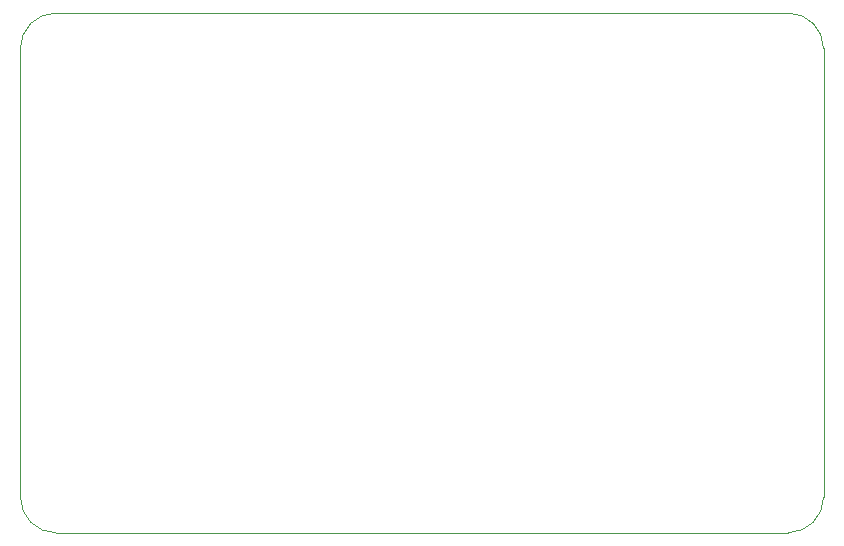
<source format=gbo>
%TF.GenerationSoftware,KiCad,Pcbnew,9.0.1*%
%TF.CreationDate,2025-07-09T23:34:26+08:00*%
%TF.ProjectId,IMU,494d552e-6b69-4636-9164-5f7063625858,rev?*%
%TF.SameCoordinates,Original*%
%TF.FileFunction,Legend,Bot*%
%TF.FilePolarity,Positive*%
%FSLAX45Y45*%
G04 Gerber Fmt 4.5, Leading zero omitted, Abs format (unit mm)*
G04 Created by KiCad (PCBNEW 9.0.1) date 2025-07-09 23:34:26*
%MOMM*%
%LPD*%
G01*
G04 APERTURE LIST*
%TA.AperFunction,Profile*%
%ADD10C,0.050000*%
%TD*%
G04 APERTURE END LIST*
D10*
X12000000Y-15600000D02*
G75*
G02*
X11700000Y-15300000I0J300000D01*
G01*
X18200000Y-15600000D02*
X12000000Y-15600000D01*
X18200000Y-11200000D02*
G75*
G02*
X18500000Y-11500000I0J-300000D01*
G01*
X18500000Y-15300000D02*
G75*
G02*
X18200000Y-15600000I-300000J0D01*
G01*
X11700000Y-15300000D02*
X11700000Y-11500000D01*
X12000000Y-11200000D02*
X18200000Y-11200000D01*
X11700000Y-11500000D02*
G75*
G02*
X12000000Y-11200000I300000J0D01*
G01*
X18500000Y-11500000D02*
X18500000Y-15300000D01*
M02*

</source>
